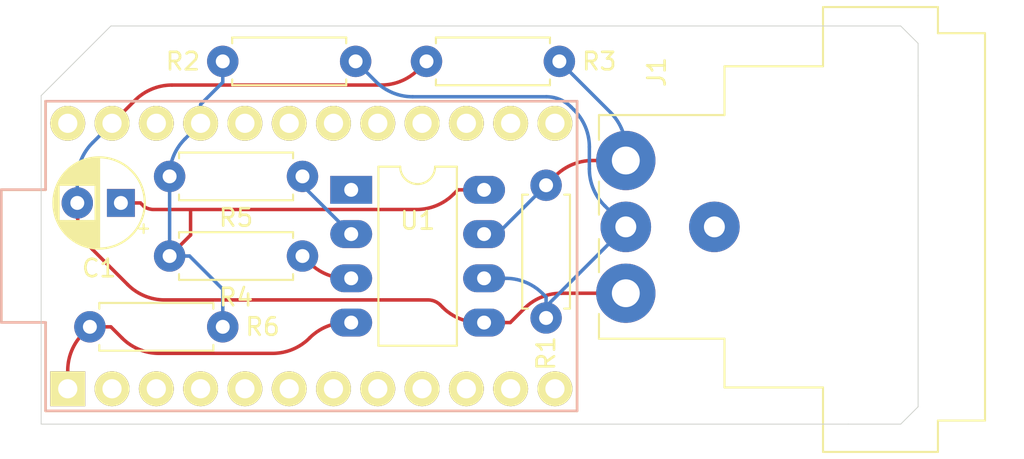
<source format=kicad_pcb>
(kicad_pcb (version 20240108) (generator "pcbnew") (generator_version "8.0")
  (layers (0 "F.Cu" signal) (31 "B.Cu" signal) (34 "B.Paste" user) (35 "F.Paste" user) (36 "B.SilkS" user "B.Silkscreen") (37 "F.SilkS" user "F.Silkscreen") (38 "B.Mask" user) (39 "F.Mask" user) (44 "Edge.Cuts" user))
  (net 0 "")
  (net 1 "GND")
  (net 2 "Net-(U1-~{RE})")
  (net 3 "Net-(U1-DI)")
  (net 4 "VCC")
  (net 5 "Net-(U1-A)")
  (net 6 "Net-(U1-DE)")
  (net 7 "Net-(U1-B)")
  (footprint "Capacitor_THT:CP_Radial_D5.0mm_P2.50mm" (layer "F.Cu") (at 123.952 58.928 180)
    (property "Reference" "C1" (at 1.25 -3.75 0) (layer "F.SilkS"))
    (property "Value" "0.1uF")
    (fp_line (start 3.851 -0.284) (end 3.851 0.284) (stroke (width 0.12)) (layer "F.SilkS"))
    (fp_line (start 3.811 -0.518) (end 3.811 0.518) (stroke (width 0.12)) (layer "F.SilkS"))
    (fp_line (start 3.771 -0.677) (end 3.771 0.677) (stroke (width 0.12)) (layer "F.SilkS"))
    (fp_line (start 3.731 -0.805) (end 3.731 0.805) (stroke (width 0.12)) (layer "F.SilkS"))
    (fp_line (start 3.691 -0.915) (end 3.691 0.915) (stroke (width 0.12)) (layer "F.SilkS"))
    (fp_line (start 3.651 -1.011) (end 3.651 1.011) (stroke (width 0.12)) (layer "F.SilkS"))
    (fp_line (start 3.611 -1.098) (end 3.611 1.098) (stroke (width 0.12)) (layer "F.SilkS"))
    (fp_line (start 3.571 -1.178) (end 3.571 1.178) (stroke (width 0.12)) (layer "F.SilkS"))
    (fp_line (start 3.531 1.04) (end 3.531 1.251) (stroke (width 0.12)) (layer "F.SilkS"))
    (fp_line (start 3.531 -1.251) (end 3.531 -1.04) (stroke (width 0.12)) (layer "F.SilkS"))
    (fp_line (start 3.491 1.04) (end 3.491 1.319) (stroke (width 0.12)) (layer "F.SilkS"))
    (fp_line (start 3.491 -1.319) (end 3.491 -1.04) (stroke (width 0.12)) (layer "F.SilkS"))
    (fp_line (start 3.451 1.04) (end 3.451 1.383) (stroke (width 0.12)) (layer "F.SilkS"))
    (fp_line (start 3.451 -1.383) (end 3.451 -1.04) (stroke (width 0.12)) (layer "F.SilkS"))
    (fp_line (start 3.411 1.04) (end 3.411 1.443) (stroke (width 0.12)) (layer "F.SilkS"))
    (fp_line (start 3.411 -1.443) (end 3.411 -1.04) (stroke (width 0.12)) (layer "F.SilkS"))
    (fp_line (start 3.371 1.04) (end 3.371 1.5) (stroke (width 0.12)) (layer "F.SilkS"))
    (fp_line (start 3.371 -1.5) (end 3.371 -1.04) (stroke (width 0.12)) (layer "F.SilkS"))
    (fp_line (start 3.331 1.04) (end 3.331 1.554) (stroke (width 0.12)) (layer "F.SilkS"))
    (fp_line (start 3.331 -1.554) (end 3.331 -1.04) (stroke (width 0.12)) (layer "F.SilkS"))
    (fp_line (start 3.291 1.04) (end 3.291 1.605) (stroke (width 0.12)) (layer "F.SilkS"))
    (fp_line (start 3.291 -1.605) (end 3.291 -1.04) (stroke (width 0.12)) (layer "F.SilkS"))
    (fp_line (start 3.251 1.04) (end 3.251 1.653) (stroke (width 0.12)) (layer "F.SilkS"))
    (fp_line (start 3.251 -1.653) (end 3.251 -1.04) (stroke (width 0.12)) (layer "F.SilkS"))
    (fp_line (start 3.211 1.04) (end 3.211 1.699) (stroke (width 0.12)) (layer "F.SilkS"))
    (fp_line (start 3.211 -1.699) (end 3.211 -1.04) (stroke (width 0.12)) (layer "F.SilkS"))
    (fp_line (start 3.171 1.04) (end 3.171 1.743) (stroke (width 0.12)) (layer "F.SilkS"))
    (fp_line (start 3.171 -1.743) (end 3.171 -1.04) (stroke (width 0.12)) (layer "F.SilkS"))
    (fp_line (start 3.131 1.04) (end 3.131 1.785) (stroke (width 0.12)) (layer "F.SilkS"))
    (fp_line (start 3.131 -1.785) (end 3.131 -1.04) (stroke (width 0.12)) (layer "F.SilkS"))
    (fp_line (start 3.091 1.04) (end 3.091 1.826) (stroke (width 0.12)) (layer "F.SilkS"))
    (fp_line (start 3.091 -1.826) (end 3.091 -1.04) (stroke (width 0.12)) (layer "F.SilkS"))
    (fp_line (start 3.051 1.04) (end 3.051 1.864) (stroke (width 0.12)) (layer "F.SilkS"))
    (fp_line (start 3.051 -1.864) (end 3.051 -1.04) (stroke (width 0.12)) (layer "F.SilkS"))
    (fp_line (start 3.011 1.04) (end 3.011 1.901) (stroke (width 0.12)) (layer "F.SilkS"))
    (fp_line (start 3.011 -1.901) (end 3.011 -1.04) (stroke (width 0.12)) (layer "F.SilkS"))
    (fp_line (start 2.971 1.04) (end 2.971 1.937) (stroke (width 0.12)) (layer "F.SilkS"))
    (fp_line (start 2.971 -1.937) (end 2.971 -1.04) (stroke (width 0.12)) (layer "F.SilkS"))
    (fp_line (start 2.931 1.04) (end 2.931 1.971) (stroke (width 0.12)) (layer "F.SilkS"))
    (fp_line (start 2.931 -1.971) (end 2.931 -1.04) (stroke (width 0.12)) (layer "F.SilkS"))
    (fp_line (start 2.891 1.04) (end 2.891 2.004) (stroke (width 0.12)) (layer "F.SilkS"))
    (fp_line (start 2.891 -2.004) (end 2.891 -1.04) (stroke (width 0.12)) (layer "F.SilkS"))
    (fp_line (start 2.851 1.04) (end 2.851 2.035) (stroke (width 0.12)) (layer "F.SilkS"))
    (fp_line (start 2.851 -2.035) (end 2.851 -1.04) (stroke (width 0.12)) (layer "F.SilkS"))
    (fp_line (start 2.811 1.04) (end 2.811 2.065) (stroke (width 0.12)) (layer "F.SilkS"))
    (fp_line (start 2.811 -2.065) (end 2.811 -1.04) (stroke (width 0.12)) (layer "F.SilkS"))
    (fp_line (start 2.771 1.04) (end 2.771 2.095) (stroke (width 0.12)) (layer "F.SilkS"))
    (fp_line (start 2.771 -2.095) (end 2.771 -1.04) (stroke (width 0.12)) (layer "F.SilkS"))
    (fp_line (start 2.731 1.04) (end 2.731 2.122) (stroke (width 0.12)) (layer "F.SilkS"))
    (fp_line (start 2.731 -2.122) (end 2.731 -1.04) (stroke (width 0.12)) (layer "F.SilkS"))
    (fp_line (start 2.691 1.04) (end 2.691 2.149) (stroke (width 0.12)) (layer "F.SilkS"))
    (fp_line (start 2.691 -2.149) (end 2.691 -1.04) (stroke (width 0.12)) (layer "F.SilkS"))
    (fp_line (start 2.651 1.04) (end 2.651 2.175) (stroke (width 0.12)) (layer "F.SilkS"))
    (fp_line (start 2.651 -2.175) (end 2.651 -1.04) (stroke (width 0.12)) (layer "F.SilkS"))
    (fp_line (start 2.611 1.04) (end 2.611 2.2) (stroke (width 0.12)) (layer "F.SilkS"))
    (fp_line (start 2.611 -2.2) (end 2.611 -1.04) (stroke (width 0.12)) (layer "F.SilkS"))
    (fp_line (start 2.571 1.04) (end 2.571 2.224) (stroke (width 0.12)) (layer "F.SilkS"))
    (fp_line (start 2.571 -2.224) (end 2.571 -1.04) (stroke (width 0.12)) (layer "F.SilkS"))
    (fp_line (start 2.531 1.04) (end 2.531 2.247) (stroke (width 0.12)) (layer "F.SilkS"))
    (fp_line (start 2.531 -2.247) (end 2.531 -1.04) (stroke (width 0.12)) (layer "F.SilkS"))
    (fp_line (start 2.491 1.04) (end 2.491 2.268) (stroke (width 0.12)) (layer "F.SilkS"))
    (fp_line (start 2.491 -2.268) (end 2.491 -1.04) (stroke (width 0.12)) (layer "F.SilkS"))
    (fp_line (start 2.451 1.04) (end 2.451 2.29) (stroke (width 0.12)) (layer "F.SilkS"))
    (fp_line (start 2.451 -2.29) (end 2.451 -1.04) (stroke (width 0.12)) (layer "F.SilkS"))
    (fp_line (start 2.411 1.04) (end 2.411 2.31) (stroke (width 0.12)) (layer "F.SilkS"))
    (fp_line (start 2.411 -2.31) (end 2.411 -1.04) (stroke (width 0.12)) (layer "F.SilkS"))
    (fp_line (start 2.371 1.04) (end 2.371 2.329) (stroke (width 0.12)) (layer "F.SilkS"))
    (fp_line (start 2.371 -2.329) (end 2.371 -1.04) (stroke (width 0.12)) (layer "F.SilkS"))
    (fp_line (start 2.331 1.04) (end 2.331 2.348) (stroke (width 0.12)) (layer "F.SilkS"))
    (fp_line (start 2.331 -2.348) (end 2.331 -1.04) (stroke (width 0.12)) (layer "F.SilkS"))
    (fp_line (start 2.291 1.04) (end 2.291 2.365) (stroke (width 0.12)) (layer "F.SilkS"))
    (fp_line (start 2.291 -2.365) (end 2.291 -1.04) (stroke (width 0.12)) (layer "F.SilkS"))
    (fp_line (start 2.251 1.04) (end 2.251 2.382) (stroke (width 0.12)) (layer "F.SilkS"))
    (fp_line (start 2.251 -2.382) (end 2.251 -1.04) (stroke (width 0.12)) (layer "F.SilkS"))
    (fp_line (start 2.211 1.04) (end 2.211 2.398) (stroke (width 0.12)) (layer "F.SilkS"))
    (fp_line (start 2.211 -2.398) (end 2.211 -1.04) (stroke (width 0.12)) (layer "F.SilkS"))
    (fp_line (start 2.171 1.04) (end 2.171 2.414) (stroke (width 0.12)) (layer "F.SilkS"))
    (fp_line (start 2.171 -2.414) (end 2.171 -1.04) (stroke (width 0.12)) (layer "F.SilkS"))
    (fp_line (start 2.131 1.04) (end 2.131 2.428) (stroke (width 0.12)) (layer "F.SilkS"))
    (fp_line (start 2.131 -2.428) (end 2.131 -1.04) (stroke (width 0.12)) (layer "F.SilkS"))
    (fp_line (start 2.091 1.04) (end 2.091 2.442) (stroke (width 0.12)) (layer "F.SilkS"))
    (fp_line (start 2.091 -2.442) (end 2.091 -1.04) (stroke (width 0.12)) (layer "F.SilkS"))
    (fp_line (start 2.051 1.04) (end 2.051 2.455) (stroke (width 0.12)) (layer "F.SilkS"))
    (fp_line (start 2.051 -2.455) (end 2.051 -1.04) (stroke (width 0.12)) (layer "F.SilkS"))
    (fp_line (start 2.011 1.04) (end 2.011 2.468) (stroke (width 0.12)) (layer "F.SilkS"))
    (fp_line (start 2.011 -2.468) (end 2.011 -1.04) (stroke (width 0.12)) (layer "F.SilkS"))
    (fp_line (start 1.971 1.04) (end 1.971 2.48) (stroke (width 0.12)) (layer "F.SilkS"))
    (fp_line (start 1.971 -2.48) (end 1.971 -1.04) (stroke (width 0.12)) (layer "F.SilkS"))
    (fp_line (start 1.93 1.04) (end 1.93 2.491) (stroke (width 0.12)) (layer "F.SilkS"))
    (fp_line (start 1.93 -2.491) (end 1.93 -1.04) (stroke (width 0.12)) (layer "F.SilkS"))
    (fp_line (start 1.89 1.04) (end 1.89 2.501) (stroke (width 0.12)) (layer "F.SilkS"))
    (fp_line (start 1.89 -2.501) (end 1.89 -1.04) (stroke (width 0.12)) (layer "F.SilkS"))
    (fp_line (start 1.85 1.04) (end 1.85 2.511) (stroke (width 0.12)) (layer "F.SilkS"))
    (fp_line (start 1.85 -2.511) (end 1.85 -1.04) (stroke (width 0.12)) (layer "F.SilkS"))
    (fp_line (start 1.81 1.04) (end 1.81 2.52) (stroke (width 0.12)) (layer "F.SilkS"))
    (fp_line (start 1.81 -2.52) (end 1.81 -1.04) (stroke (width 0.12)) (layer "F.SilkS"))
    (fp_line (start 1.77 1.04) (end 1.77 2.528) (stroke (width 0.12)) (layer "F.SilkS"))
    (fp_line (start 1.77 -2.528) (end 1.77 -1.04) (stroke (width 0.12)) (layer "F.SilkS"))
    (fp_line (start 1.73 1.04) (end 1.73 2.536) (stroke (width 0.12)) (layer "F.SilkS"))
    (fp_line (start 1.73 -2.536) (end 1.73 -1.04) (stroke (width 0.12)) (layer "F.SilkS"))
    (fp_line (start 1.69 1.04) (end 1.69 2.543) (stroke (width 0.12)) (layer "F.SilkS"))
    (fp_line (start 1.69 -2.543) (end 1.69 -1.04) (stroke (width 0.12)) (layer "F.SilkS"))
    (fp_line (start 1.65 1.04) (end 1.65 2.55) (stroke (width 0.12)) (layer "F.SilkS"))
    (fp_line (start 1.65 -2.55) (end 1.65 -1.04) (stroke (width 0.12)) (layer "F.SilkS"))
    (fp_line (start 1.61 1.04) (end 1.61 2.556) (stroke (width 0.12)) (layer "F.SilkS"))
    (fp_line (start 1.61 -2.556) (end 1.61 -1.04) (stroke (width 0.12)) (layer "F.SilkS"))
    (fp_line (start 1.57 1.04) (end 1.57 2.561) (stroke (width 0.12)) (layer "F.SilkS"))
    (fp_line (start 1.57 -2.561) (end 1.57 -1.04) (stroke (width 0.12)) (layer "F.SilkS"))
    (fp_line (start 1.53 1.04) (end 1.53 2.565) (stroke (width 0.12)) (layer "F.SilkS"))
    (fp_line (start 1.53 -2.565) (end 1.53 -1.04) (stroke (width 0.12)) (layer "F.SilkS"))
    (fp_line (start 1.49 1.04) (end 1.49 2.569) (stroke (width 0.12)) (layer "F.SilkS"))
    (fp_line (start 1.49 -2.569) (end 1.49 -1.04) (stroke (width 0.12)) (layer "F.SilkS"))
    (fp_line (start 1.45 -2.573) (end 1.45 2.573) (stroke (width 0.12)) (layer "F.SilkS"))
    (fp_line (start 1.41 -2.576) (end 1.41 2.576) (stroke (width 0.12)) (layer "F.SilkS"))
    (fp_line (start 1.37 -2.578) (end 1.37 2.578) (stroke (width 0.12)) (layer "F.SilkS"))
    (fp_line (start 1.33 -2.579) (end 1.33 2.579) (stroke (width 0.12)) (layer "F.SilkS"))
    (fp_line (start 1.29 -2.58) (end 1.29 2.58) (stroke (width 0.12)) (layer "F.SilkS"))
    (fp_line (start 1.25 -2.58) (end 1.25 2.58) (stroke (width 0.12)) (layer "F.SilkS"))
    (fp_line (start -1.304775 -1.725) (end -1.304775 -1.225) (stroke (width 0.12)) (layer "F.SilkS"))
    (fp_line (start -1.554775 -1.475) (end -1.054775 -1.475) (stroke (width 0.12)) (layer "F.SilkS"))
    (fp_circle (center 1.25 0) (end 3.87 0) (stroke (width 0.12)) (fill none) (layer "F.SilkS"))
    (pad "1" thru_hole rect (at 0 0 180) (size 1.6 1.6) (drill 0.8) (layers "*.Cu" "*.Mask") (net 4 "VCC"))
    (pad "2" thru_hole circle (at 2.5 0 180) (size 1.8 1.8) (drill 0.8) (layers "*.Cu" "*.Mask") (net 1 "GND"))
  )
  (footprint "Resistor_THT:R_Axial_DIN0207_L6.3mm_D2.5mm_P7.62mm_Horizontal" (layer "F.Cu") (at 141.478 50.8)
    (property "Reference" "R3" (at 9.906 0 0) (layer "F.SilkS"))
    (property "Value" "20k")
    (fp_line (start 0.54 -1.37) (end 7.08 -1.37) (stroke (width 0.12)) (layer "F.SilkS"))
    (fp_line (start 0.54 -1.04) (end 0.54 -1.37) (stroke (width 0.12)) (layer "F.SilkS"))
    (fp_line (start 0.54 1.04) (end 0.54 1.37) (stroke (width 0.12)) (layer "F.SilkS"))
    (fp_line (start 0.54 1.37) (end 7.08 1.37) (stroke (width 0.12)) (layer "F.SilkS"))
    (fp_line (start 7.08 -1.37) (end 7.08 -1.04) (stroke (width 0.12)) (layer "F.SilkS"))
    (fp_line (start 7.08 1.37) (end 7.08 1.04) (stroke (width 0.12)) (layer "F.SilkS"))
    (pad "1" thru_hole circle (at 0 0) (size 1.8 1.8) (drill 0.8) (layers "*.Cu" "*.Mask") (net 1 "GND"))
    (pad "2" thru_hole oval (at 7.62 0) (size 1.8 1.8) (drill 0.8) (layers "*.Cu" "*.Mask") (net 7 "Net-(U1-B)"))
  )
  (footprint "Resistor_THT:R_Axial_DIN0207_L6.3mm_D2.5mm_P7.62mm_Horizontal" (layer "F.Cu") (at 134.366 61.976 180)
    (property "Reference" "R4" (at 3.81 -2.37 0) (layer "F.SilkS"))
    (property "Value" "20k")
    (fp_line (start 7.08 1.37) (end 7.08 1.04) (stroke (width 0.12)) (layer "F.SilkS"))
    (fp_line (start 7.08 -1.37) (end 7.08 -1.04) (stroke (width 0.12)) (layer "F.SilkS"))
    (fp_line (start 0.54 1.37) (end 7.08 1.37) (stroke (width 0.12)) (layer "F.SilkS"))
    (fp_line (start 0.54 1.04) (end 0.54 1.37) (stroke (width 0.12)) (layer "F.SilkS"))
    (fp_line (start 0.54 -1.04) (end 0.54 -1.37) (stroke (width 0.12)) (layer "F.SilkS"))
    (fp_line (start 0.54 -1.37) (end 7.08 -1.37) (stroke (width 0.12)) (layer "F.SilkS"))
    (pad "1" thru_hole circle (at 0 0 180) (size 1.8 1.8) (drill 0.8) (layers "*.Cu" "*.Mask") (net 6 "Net-(U1-DE)"))
    (pad "2" thru_hole oval (at 7.62 0 180) (size 1.8 1.8) (drill 0.8) (layers "*.Cu" "*.Mask") (net 4 "VCC"))
  )
  (footprint "Arduino:ProMicro" (layer "F.Cu") (at 134.874 61.976)
    (property "Reference" "U2" (hide yes))
    (property "Value" "ProMicro")
    (fp_line (start -17.78 -3.81) (end -15.24 -3.81) (stroke (width 0.15)) (layer "B.SilkS"))
    (fp_line (start -17.78 3.81) (end -17.78 -3.81) (stroke (width 0.15)) (layer "B.SilkS"))
    (fp_line (start -15.24 -8.89) (end 15.24 -8.89) (stroke (width 0.15)) (layer "B.SilkS"))
    (fp_line (start -15.24 -3.81) (end -15.24 -8.89) (stroke (width 0.15)) (layer "B.SilkS"))
    (fp_line (start -15.24 3.81) (end -17.78 3.81) (stroke (width 0.15)) (layer "B.SilkS"))
    (fp_line (start -15.24 8.89) (end -15.24 3.81) (stroke (width 0.15)) (layer "B.SilkS"))
    (fp_line (start 15.24 -8.89) (end 15.24 8.89) (stroke (width 0.15)) (layer "B.SilkS"))
    (fp_line (start 15.24 8.89) (end -15.24 8.89) (stroke (width 0.15)) (layer "B.SilkS"))
    (fp_line (start -17.78 -3.81) (end -15.24 -3.81) (stroke (width 0.15)) (layer "F.SilkS"))
    (fp_line (start -17.78 3.81) (end -17.78 -3.81) (stroke (width 0.15)) (layer "F.SilkS"))
    (fp_line (start -15.24 -8.89) (end 15.24 -8.89) (stroke (width 0.15)) (layer "F.SilkS"))
    (fp_line (start -15.24 -3.81) (end -15.24 -8.89) (stroke (width 0.15)) (layer "F.SilkS"))
    (fp_line (start -15.24 3.81) (end -17.78 3.81) (stroke (width 0.15)) (layer "F.SilkS"))
    (fp_line (start -15.24 8.89) (end -15.24 3.81) (stroke (width 0.15)) (layer "F.SilkS"))
    (fp_line (start -15.24 8.89) (end 15.24 8.89) (stroke (width 0.15)) (layer "F.SilkS"))
    (fp_line (start 15.24 -8.89) (end 15.24 8.89) (stroke (width 0.15)) (layer "F.SilkS"))
    (pad "1" thru_hole rect (at -13.97 7.62) (size 2 2) (drill 1.1) (layers "*.Cu" "*.Mask" "F.SilkS") (net 3 "Net-(U1-DI)"))
    (pad "2" thru_hole circle (at -11.43 7.62) (size 2 2) (drill 1.1) (layers "*.Cu" "*.Mask" "F.SilkS"))
    (pad "3" thru_hole circle (at -8.89 7.62) (size 2 2) (drill 1.1) (layers "*.Cu" "*.Mask" "F.SilkS"))
    (pad "4" thru_hole circle (at -6.35 7.62) (size 2 2) (drill 1.1) (layers "*.Cu" "*.Mask" "F.SilkS"))
    (pad "5" thru_hole circle (at -3.81 7.62) (size 2 2) (drill 1.1) (layers "*.Cu" "*.Mask" "F.SilkS"))
    (pad "6" thru_hole circle (at -1.27 7.62) (size 2 2) (drill 1.1) (layers "*.Cu" "*.Mask" "F.SilkS"))
    (pad "7" thru_hole circle (at 1.27 7.62) (size 2 2) (drill 1.1) (layers "*.Cu" "*.Mask" "F.SilkS"))
    (pad "8" thru_hole circle (at 3.81 7.62) (size 2 2) (drill 1.1) (layers "*.Cu" "*.Mask" "F.SilkS"))
    (pad "9" thru_hole circle (at 6.35 7.62) (size 2 2) (drill 1.1) (layers "*.Cu" "*.Mask" "F.SilkS"))
    (pad "10" thru_hole circle (at 8.89 7.62) (size 2 2) (drill 1.1) (layers "*.Cu" "*.Mask" "F.SilkS"))
    (pad "11" thru_hole circle (at 11.43 7.62) (size 2 2) (drill 1.1) (layers "*.Cu" "*.Mask" "F.SilkS"))
    (pad "12" thru_hole circle (at 13.97 7.62) (size 2 2) (drill 1.1) (layers "*.Cu" "*.Mask" "F.SilkS"))
    (pad "13" thru_hole circle (at 13.97 -7.62) (size 2 2) (drill 1.1) (layers "*.Cu" "*.Mask" "F.SilkS"))
    (pad "14" thru_hole circle (at 11.43 -7.62) (size 2 2) (drill 1.1) (layers "*.Cu" "*.Mask" "F.SilkS"))
    (pad "15" thru_hole circle (at 8.89 -7.62) (size 2 2) (drill 1.1) (layers "*.Cu" "*.Mask" "F.SilkS"))
    (pad "16" thru_hole circle (at 6.35 -7.62) (size 2 2) (drill 1.1) (layers "*.Cu" "*.Mask" "F.SilkS"))
    (pad "17" thru_hole circle (at 3.81 -7.62) (size 2 2) (drill 1.1) (layers "*.Cu" "*.Mask" "F.SilkS"))
    (pad "18" thru_hole circle (at 1.27 -7.62) (size 2 2) (drill 1.1) (layers "*.Cu" "*.Mask" "F.SilkS"))
    (pad "19" thru_hole circle (at -1.27 -7.62) (size 2 2) (drill 1.1) (layers "*.Cu" "*.Mask" "F.SilkS"))
    (pad "20" thru_hole circle (at -3.81 -7.62) (size 2 2) (drill 1.1) (layers "*.Cu" "*.Mask" "F.SilkS"))
    (pad "21" thru_hole circle (at -6.35 -7.62) (size 2 2) (drill 1.1) (layers "*.Cu" "*.Mask" "F.SilkS") (net 4 "VCC"))
    (pad "22" thru_hole circle (at -8.89 -7.62) (size 2 2) (drill 1.1) (layers "*.Cu" "*.Mask" "F.SilkS"))
    (pad "23" thru_hole circle (at -11.43 -7.62) (size 2 2) (drill 1.1) (layers "*.Cu" "*.Mask" "F.SilkS") (net 1 "GND"))
    (pad "24" thru_hole circle (at -13.97 -7.62) (size 2 2) (drill 1.1) (layers "*.Cu" "*.Mask" "F.SilkS"))
  )
  (footprint "Resistor_THT:R_Axial_DIN0207_L6.3mm_D2.5mm_P7.62mm_Horizontal" (layer "F.Cu") (at 148.336 57.912 -90)
    (property "Reference" "R1" (at 9.652 0 90) (layer "F.SilkS"))
    (property "Value" "120")
    (fp_line (start 0.54 1.37) (end 7.08 1.37) (stroke (width 0.12)) (layer "F.SilkS"))
    (fp_line (start 7.08 1.37) (end 7.08 1.04) (stroke (width 0.12)) (layer "F.SilkS"))
    (fp_line (start 0.54 1.04) (end 0.54 1.37) (stroke (width 0.12)) (layer "F.SilkS"))
    (fp_line (start 0.54 -1.04) (end 0.54 -1.37) (stroke (width 0.12)) (layer "F.SilkS"))
    (fp_line (start 0.54 -1.37) (end 7.08 -1.37) (stroke (width 0.12)) (layer "F.SilkS"))
    (fp_line (start 7.08 -1.37) (end 7.08 -1.04) (stroke (width 0.12)) (layer "F.SilkS"))
    (pad "1" thru_hole circle (at 0 0 270) (size 1.8 1.8) (drill 0.8) (layers "*.Cu" "*.Mask") (net 7 "Net-(U1-B)"))
    (pad "2" thru_hole oval (at 7.62 0 270) (size 1.8 1.8) (drill 0.8) (layers "*.Cu" "*.Mask") (net 5 "Net-(U1-A)"))
  )
  (footprint "Resistor_THT:R_Axial_DIN0207_L6.3mm_D2.5mm_P7.62mm_Horizontal" (layer "F.Cu") (at 134.366 57.404 180)
    (property "Reference" "R5" (at 3.81 -2.37 0) (layer "F.SilkS"))
    (property "Value" "20k")
    (fp_line (start 7.08 1.37) (end 7.08 1.04) (stroke (width 0.12)) (layer "F.SilkS"))
    (fp_line (start 7.08 -1.37) (end 7.08 -1.04) (stroke (width 0.12)) (layer "F.SilkS"))
    (fp_line (start 0.54 1.37) (end 7.08 1.37) (stroke (width 0.12)) (layer "F.SilkS"))
    (fp_line (start 0.54 1.04) (end 0.54 1.37) (stroke (width 0.12)) (layer "F.SilkS"))
    (fp_line (start 0.54 -1.04) (end 0.54 -1.37) (stroke (width 0.12)) (layer "F.SilkS"))
    (fp_line (start 0.54 -1.37) (end 7.08 -1.37) (stroke (width 0.12)) (layer "F.SilkS"))
    (pad "1" thru_hole circle (at 0 0 180) (size 1.8 1.8) (drill 0.8) (layers "*.Cu" "*.Mask") (net 2 "Net-(U1-~{RE})"))
    (pad "2" thru_hole oval (at 7.62 0 180) (size 1.8 1.8) (drill 0.8) (layers "*.Cu" "*.Mask") (net 4 "VCC"))
  )
  (footprint "Resistor_THT:R_Axial_DIN0207_L6.3mm_D2.5mm_P7.62mm_Horizontal" (layer "F.Cu") (at 129.794 66.04 180)
    (property "Reference" "R6" (at -2.286 0 0) (layer "F.SilkS"))
    (property "Value" "20k")
    (fp_line (start 7.08 1.37) (end 7.08 1.04) (stroke (width 0.12)) (layer "F.SilkS"))
    (fp_line (start 7.08 -1.37) (end 7.08 -1.04) (stroke (width 0.12)) (layer "F.SilkS"))
    (fp_line (start 0.54 1.37) (end 7.08 1.37) (stroke (width 0.12)) (layer "F.SilkS"))
    (fp_line (start 0.54 1.04) (end 0.54 1.37) (stroke (width 0.12)) (layer "F.SilkS"))
    (fp_line (start 0.54 -1.04) (end 0.54 -1.37) (stroke (width 0.12)) (layer "F.SilkS"))
    (fp_line (start 0.54 -1.37) (end 7.08 -1.37) (stroke (width 0.12)) (layer "F.SilkS"))
    (pad "1" thru_hole circle (at 0 0 180) (size 1.8 1.8) (drill 0.8) (layers "*.Cu" "*.Mask") (net 4 "VCC"))
    (pad "2" thru_hole oval (at 7.62 0 180) (size 1.8 1.8) (drill 0.8) (layers "*.Cu" "*.Mask") (net 3 "Net-(U1-DI)"))
  )
  (footprint "Package_DIP:DIP-8_W7.62mm_LongPads" (layer "F.Cu") (at 137.16 58.176)
    (property "Reference" "U1" (at 3.81 1.768 0) (layer "F.SilkS"))
    (property "Value" "MAX485E")
    (fp_line (start 1.56 -1.33) (end 1.56 8.95) (stroke (width 0.12)) (layer "F.SilkS"))
    (fp_line (start 1.56 8.95) (end 6.06 8.95) (stroke (width 0.12)) (layer "F.SilkS"))
    (fp_line (start 2.81 -1.33) (end 1.56 -1.33) (stroke (width 0.12)) (layer "F.SilkS"))
    (fp_line (start 6.06 -1.33) (end 4.81 -1.33) (stroke (width 0.12)) (layer "F.SilkS"))
    (fp_line (start 6.06 8.95) (end 6.06 -1.33) (stroke (width 0.12)) (layer "F.SilkS"))
    (fp_arc (start 4.81 -1.33) (mid 3.81 -0.33) (end 2.81 -1.33) (stroke (width 0.12)) (layer "F.SilkS"))
    (pad "1" thru_hole rect (at 0 0) (size 2.4 1.6) (drill 0.8) (layers "*.Cu" "*.Mask"))
    (pad "2" thru_hole oval (at 0 2.54) (size 2.4 1.6) (drill 0.8) (layers "*.Cu" "*.Mask") (net 2 "Net-(U1-~{RE})"))
    (pad "3" thru_hole oval (at 0 5.08) (size 2.4 1.6) (drill 0.8) (layers "*.Cu" "*.Mask") (net 6 "Net-(U1-DE)"))
    (pad "4" thru_hole oval (at 0 7.62) (size 2.4 1.6) (drill 0.8) (layers "*.Cu" "*.Mask") (net 3 "Net-(U1-DI)"))
    (pad "5" thru_hole oval (at 7.62 7.62) (size 2.4 1.6) (drill 0.8) (layers "*.Cu" "*.Mask") (net 1 "GND"))
    (pad "6" thru_hole oval (at 7.62 5.08) (size 2.4 1.6) (drill 0.8) (layers "*.Cu" "*.Mask") (net 5 "Net-(U1-A)"))
    (pad "7" thru_hole oval (at 7.62 2.54) (size 2.4 1.6) (drill 0.8) (layers "*.Cu" "*.Mask") (net 7 "Net-(U1-B)"))
    (pad "8" thru_hole oval (at 7.62 0) (size 2.4 1.6) (drill 0.8) (layers "*.Cu" "*.Mask") (net 4 "VCC"))
  )
  (footprint "Connector_Audio:Jack_XLR_Neutrik_NC3MAAH-0_Horizontal" (layer "F.Cu") (at 152.908 64.112 90)
    (property "Reference" "J1" (at 12.7 1.77 90) (layer "F.SilkS"))
    (property "Value" "XLR3")
    (fp_line (start 10.23 -1.54) (end 8.81 -1.54) (stroke (width 0.12)) (layer "F.SilkS"))
    (fp_line (start 4.51 -1.54) (end 6.41 -1.54) (stroke (width 0.12)) (layer "F.SilkS"))
    (fp_line (start 3.11 -1.54) (end 1.21 -1.54) (stroke (width 0.12)) (layer "F.SilkS"))
    (fp_line (start -1.19 -1.54) (end -2.61 -1.54) (stroke (width 0.12)) (layer "F.SilkS"))
    (fp_line (start 10.23 5.66) (end 10.23 -1.54) (stroke (width 0.12)) (layer "F.SilkS"))
    (fp_line (start 10.23 5.66) (end 13.03 5.66) (stroke (width 0.12)) (layer "F.SilkS"))
    (fp_line (start -2.61 5.66) (end -2.61 -1.54) (stroke (width 0.12)) (layer "F.SilkS"))
    (fp_line (start -2.61 5.66) (end -5.41 5.66) (stroke (width 0.12)) (layer "F.SilkS"))
    (fp_line (start 13.03 11.31) (end 13.03 5.66) (stroke (width 0.12)) (layer "F.SilkS"))
    (fp_line (start 13.03 11.31) (end 16.43 11.31) (stroke (width 0.12)) (layer "F.SilkS"))
    (fp_line (start -5.41 11.31) (end -5.41 5.66) (stroke (width 0.12)) (layer "F.SilkS"))
    (fp_line (start -9.11 11.31) (end -5.41 11.31) (stroke (width 0.12)) (layer "F.SilkS"))
    (fp_line (start 16.43 17.9) (end 16.43 11.31) (stroke (width 0.12)) (layer "F.SilkS"))
    (fp_line (start 16.43 17.9) (end 14.93 17.9) (stroke (width 0.12)) (layer "F.SilkS"))
    (fp_line (start 14.93 17.9) (end 14.93 20.6) (stroke (width 0.12)) (layer "F.SilkS"))
    (fp_line (start -7.31 17.9) (end -9.11 17.9) (stroke (width 0.12)) (layer "F.SilkS"))
    (fp_line (start -7.31 17.9) (end -7.31 20.6) (stroke (width 0.12)) (layer "F.SilkS"))
    (fp_line (start -9.11 17.9) (end -9.11 11.31) (stroke (width 0.12)) (layer "F.SilkS"))
    (fp_line (start 14.93 20.6) (end -7.31 20.6) (stroke (width 0.12)) (layer "F.SilkS"))
    (pad "" np_thru_hole circle (at 0 8.89 90) (size 1.6 1.6) (drill 1.6) (layers "*.Cu" "*.Mask"))
    (pad "" np_thru_hole circle (at 7.62 13.97 90) (size 1.6 1.6) (drill 1.6) (layers "*.Cu" "*.Mask"))
    (pad "1" thru_hole circle (at 0 0 90) (size 3.4 3.4) (drill 1.6) (layers "*.Cu" "*.Mask") (net 1 "GND"))
    (pad "2" thru_hole circle (at 7.62 0 90) (size 3.4 3.4) (drill 1.6) (layers "*.Cu" "*.Mask") (net 7 "Net-(U1-B)"))
    (pad "3" thru_hole circle (at 3.81 0 90) (size 2.9 2.9) (drill 1.2) (layers "*.Cu" "*.Mask") (net 5 "Net-(U1-A)"))
    (pad "G" thru_hole circle (at 3.81 5.08 90) (size 2.9 2.9) (drill 1.2) (layers "*.Cu" "*.Mask"))
  )
  (footprint "Resistor_THT:R_Axial_DIN0207_L6.3mm_D2.5mm_P7.62mm_Horizontal" (layer "F.Cu") (at 137.414 50.8 180)
    (property "Reference" "R2" (at 9.906 0 0) (layer "F.SilkS"))
    (property "Value" "20k")
    (fp_line (start 7.08 1.37) (end 7.08 1.04) (stroke (width 0.12)) (layer "F.SilkS"))
    (fp_line (start 7.08 -1.37) (end 7.08 -1.04) (stroke (width 0.12)) (layer "F.SilkS"))
    (fp_line (start 0.54 1.37) (end 7.08 1.37) (stroke (width 0.12)) (layer "F.SilkS"))
    (fp_line (start 0.54 1.04) (end 0.54 1.37) (stroke (width 0.12)) (layer "F.SilkS"))
    (fp_line (start 0.54 -1.04) (end 0.54 -1.37) (stroke (width 0.12)) (layer "F.SilkS"))
    (fp_line (start 0.54 -1.37) (end 7.08 -1.37) (stroke (width 0.12)) (layer "F.SilkS"))
    (pad "1" thru_hole circle (at 0 0 180) (size 1.8 1.8) (drill 0.8) (layers "*.Cu" "*.Mask") (net 5 "Net-(U1-A)"))
    (pad "2" thru_hole oval (at 7.62 0 180) (size 1.8 1.8) (drill 0.8) (layers "*.Cu" "*.Mask") (net 4 "VCC"))
  )
  (gr_line (start 123.38 48.768) (end 168.672 48.768) (stroke (width 0.05)) (layer "Edge.Cuts"))
  (gr_line (start 169.672 49.768) (end 168.672 48.768) (stroke (width 0.05)) (layer "Edge.Cuts"))
  (gr_line (start 119.38 71.628) (end 165.672 71.628) (stroke (width 0.05)) (layer "Edge.Cuts"))
  (gr_line (start 169.672 70.628) (end 168.672 71.628) (stroke (width 0.05)) (layer "Edge.Cuts"))
  (gr_line (start 169.672 52.768) (end 169.672 70.628) (stroke (width 0.05)) (layer "Edge.Cuts"))
  (gr_line (start 119.38 67.628) (end 119.38 52.768) (stroke (width 0.05)) (layer "Edge.Cuts"))
  (gr_line (start 119.38 71.628) (end 119.38 67.628) (stroke (width 0.05)) (layer "Edge.Cuts"))
  (gr_line (start 119.38 52.768) (end 123.38 48.768) (stroke (width 0.05)) (layer "Edge.Cuts"))
  (gr_line (start 169.672 52.768) (end 169.672 49.768) (stroke (width 0.05)) (layer "Edge.Cuts"))
  (gr_line (start 165.672 71.628) (end 168.672 71.628) (stroke (width 0.05)) (layer "Edge.Cuts"))
  (segment (start 142.39962 64.91732) (end 142.271593 64.789293) (width 0.2) (layer "F.Cu") (net 1))
  (segment (start 152.908 64.112) (end 149.208341 64.112) (width 0.2) (layer "F.Cu") (net 1))
  (segment (start 121.452 59.483359) (end 121.452 58.928) (width 0.2) (layer "F.Cu") (net 1))
  (segment (start 124.76182 53.03818) (end 123.444 54.356) (width 0.2) (layer "F.Cu") (net 1))
  (segment (start 124.34372 63.61772) (end 122.330679 61.604679) (width 0.2) (layer "F.Cu") (net 1))
  (segment (start 144.78 65.796) (end 144.520941 65.796) (width 0.2) (layer "F.Cu") (net 1))
  (segment (start 145.5309 65.796) (end 144.78 65.796) (width 0.2) (layer "F.Cu") (net 1))
  (segment (start 145.5309 65.796) (end 146.2817 65.796) (width 0.2) (layer "F.Cu") (net 1))
  (segment (start 141.478 50.8) (end 140.997179 51.280821) (width 0.2) (layer "F.Cu") (net 1))
  (segment (start 138.875859 52.1595) (end 126.883141 52.1595) (width 0.2) (layer "F.Cu") (net 1))
  (segment (start 147.08702 64.99068) (end 146.2817 65.796) (width 0.2) (layer "F.Cu") (net 1))
  (segment (start 141.564486 64.4964) (end 126.465041 64.4964) (width 0.2) (layer "F.Cu") (net 1))
  (arc (start 124.34372 63.61772) (mid 125.31699 64.268039) (end 126.465041 64.4964) (width 0.2) (layer "F.Cu") (net 1))
  (arc (start 142.271593 64.789293) (mid 141.94717 64.57252) (end 141.564486 64.4964) (width 0.2) (layer "F.Cu") (net 1))
  (arc (start 122.330679 61.604679) (mid 121.680361 60.631409) (end 121.452 59.483359) (width 0.2) (layer "F.Cu") (net 1))
  (arc (start 142.39962 64.91732) (mid 143.37289 65.567639) (end 144.520941 65.796) (width 0.2) (layer "F.Cu") (net 1))
  (arc (start 124.76182 53.03818) (mid 125.73509 52.387861) (end 126.883141 52.1595) (width 0.2) (layer "F.Cu") (net 1))
  (arc (start 149.208341 64.112) (mid 148.06029 64.340362) (end 147.08702 64.99068) (width 0.2) (layer "F.Cu") (net 1))
  (arc (start 140.997179 51.280821) (mid 140.023909 51.931139) (end 138.875859 52.1595) (width 0.2) (layer "F.Cu") (net 1))
  (segment (start 122.33068 55.46932) (end 123.444 54.356) (width 0.2) (layer "B.Cu") (net 1))
  (segment (start 121.452 58.928) (end 121.452 57.590641) (width 0.2) (layer "B.Cu") (net 1))
  (arc (start 121.452 57.590641) (mid 121.680362 56.44259) (end 122.33068 55.46932) (width 0.2) (layer "B.Cu") (net 1))
  (segment (start 134.366 57.922) (end 137.16 60.716) (width 0.2) (layer "B.Cu") (net 2))
  (segment (start 134.366 57.404) (end 134.366 57.922) (width 0.2) (layer "B.Cu") (net 2))
  (segment (start 122.174 66.04) (end 121.782679 66.431321) (width 0.2) (layer "F.Cu") (net 3))
  (segment (start 137.16 65.796) (end 136.900941 65.796) (width 0.2) (layer "F.Cu") (net 3))
  (segment (start 134.77962 66.67468) (end 134.768979 66.685321) (width 0.2) (layer "F.Cu") (net 3))
  (segment (start 120.904 68.552641) (end 120.904 69.596) (width 0.2) (layer "F.Cu") (net 3))
  (segment (start 132.647659 67.564) (end 126.142341 67.564) (width 0.2) (layer "F.Cu") (net 3))
  (segment (start 124.02102 66.68532) (end 123.3757 66.04) (width 0.2) (layer "F.Cu") (net 3))
  (segment (start 123.3757 66.04) (end 122.174 66.04) (width 0.2) (layer "F.Cu") (net 3))
  (arc (start 121.782679 66.431321) (mid 121.132361 67.404591) (end 120.904 68.552641) (width 0.2) (layer "F.Cu") (net 3))
  (arc (start 132.647659 67.564) (mid 133.795709 67.335639) (end 134.768979 66.685321) (width 0.2) (layer "F.Cu") (net 3))
  (arc (start 124.02102 66.68532) (mid 124.99429 67.335639) (end 126.142341 67.564) (width 0.2) (layer "F.Cu") (net 3))
  (arc (start 134.77962 66.67468) (mid 135.75289 66.024361) (end 136.900941 65.796) (width 0.2) (layer "F.Cu") (net 3))
  (segment (start 127.9477 59.3044) (end 127.9477 60.7743) (width 0.2) (layer "F.Cu") (net 4))
  (segment (start 140.907259 59.3044) (end 127.9477 59.3044) (width 0.2) (layer "F.Cu") (net 4))
  (segment (start 123.952 58.928) (end 125.076211 58.928) (width 0.2) (layer "F.Cu") (net 4))
  (segment (start 127.9477 60.7743) (end 126.746 61.976) (width 0.2) (layer "F.Cu") (net 4))
  (segment (start 144.78 58.176) (end 143.2783 58.176) (width 0.2) (layer "F.Cu") (net 4))
  (segment (start 125.076211 58.928) (end 125.298695 59.150484) (width 0.2) (layer "F.Cu") (net 4))
  (segment (start 143.2783 58.176) (end 143.028579 58.425721) (width 0.2) (layer "F.Cu") (net 4))
  (segment (start 125.844314 59.3044) (end 127.9477 59.3044) (width 0.2) (layer "F.Cu") (net 4))
  (arc (start 140.907259 59.3044) (mid 142.055309 59.076039) (end 143.028579 58.425721) (width 0.2) (layer "F.Cu") (net 4))
  (arc (start 125.298695 59.150484) (mid 125.560902 59.26605) (end 125.844314 59.3044) (width 0.2) (layer "F.Cu") (net 4))
  (segment (start 126.746 58.0048) (end 126.746 61.976) (width 0.2) (layer "B.Cu") (net 4))
  (segment (start 127.889 61.976) (end 129.794 63.881) (width 0.2) (layer "B.Cu") (net 4))
  (segment (start 129.794 50.8) (end 129.794 52.0017) (width 0.2) (layer "B.Cu") (net 4))
  (segment (start 126.746 61.976) (end 127.889 61.976) (width 0.2) (layer "B.Cu") (net 4))
  (segment (start 126.746 57.376641) (end 126.746 57.404) (width 0.2) (layer "B.Cu") (net 4))
  (segment (start 129.794 63.881) (end 129.794 66.04) (width 0.2) (layer "B.Cu") (net 4))
  (segment (start 128.524 53.2717) (end 129.794 52.0017) (width 0.2) (layer "B.Cu") (net 4))
  (segment (start 128.524 54.356) (end 127.624679 55.255321) (width 0.2) (layer "B.Cu") (net 4))
  (segment (start 126.746 57.404) (end 126.746 58.0048) (width 0.2) (layer "B.Cu") (net 4))
  (segment (start 128.524 54.356) (end 128.524 53.2717) (width 0.2) (layer "B.Cu") (net 4))
  (arc (start 126.746 57.376641) (mid 126.974361 56.228591) (end 127.624679 55.255321) (width 0.2) (layer "B.Cu") (net 4))
  (segment (start 151.69728 59.09128) (end 152.908 60.302) (width 0.2) (layer "B.Cu") (net 5))
  (segment (start 148.14038 64.13468) (end 148.336 64.3303) (width 0.2) (layer "B.Cu") (net 5))
  (segment (start 150.8186 55.711541) (end 150.8186 56.969959) (width 0.2) (layer "B.Cu") (net 5))
  (segment (start 148.336 64.874) (end 148.336 65.532) (width 0.2) (layer "B.Cu") (net 5))
  (segment (start 140.688641 52.832) (end 148.353273 52.832) (width 0.2) (layer "B.Cu") (net 5))
  (segment (start 152.908 60.302) (end 148.336 64.874) (width 0.2) (layer "B.Cu") (net 5))
  (segment (start 144.78 63.256) (end 146.019059 63.256) (width 0.2) (layer "B.Cu") (net 5))
  (segment (start 137.414 50.8) (end 138.567321 51.953321) (width 0.2) (layer "B.Cu") (net 5))
  (segment (start 148.336 65.532) (end 148.336 64.3303) (width 0.2) (layer "B.Cu") (net 5))
  (segment (start 149.767487 53.417787) (end 149.939921 53.590221) (width 0.2) (layer "B.Cu") (net 5))
  (arc (start 150.8186 55.711541) (mid 150.590239 54.563491) (end 149.939921 53.590221) (width 0.2) (layer "B.Cu") (net 5))
  (arc (start 149.767487 53.417787) (mid 149.11864 52.984241) (end 148.353273 52.832) (width 0.2) (layer "B.Cu") (net 5))
  (arc (start 150.8186 56.969959) (mid 151.046962 58.11801) (end 151.69728 59.09128) (width 0.2) (layer "B.Cu") (net 5))
  (arc (start 138.567321 51.953321) (mid 139.540591 52.603639) (end 140.688641 52.832) (width 0.2) (layer "B.Cu") (net 5))
  (arc (start 146.019059 63.256) (mid 147.16711 63.484362) (end 148.14038 64.13468) (width 0.2) (layer "B.Cu") (net 5))
  (segment (start 137.16 63.256) (end 136.900941 63.256) (width 0.2) (layer "F.Cu") (net 6))
  (segment (start 134.77962 62.37732) (end 134.3783 61.976) (width 0.2) (layer "F.Cu") (net 6))
  (segment (start 134.3783 61.976) (end 134.366 61.976) (width 0.2) (layer "F.Cu") (net 6))
  (arc (start 136.900941 63.256) (mid 135.75289 63.027638) (end 134.77962 62.37732) (width 0.2) (layer "F.Cu") (net 6))
  (segment (start 152.908 56.492) (end 150.998641 56.492) (width 0.2) (layer "F.Cu") (net 7))
  (segment (start 148.87732 57.37068) (end 148.336 57.912) (width 0.2) (layer "F.Cu") (net 7))
  (arc (start 148.87732 57.37068) (mid 149.85059 56.720361) (end 150.998641 56.492) (width 0.2) (layer "F.Cu") (net 7))
  (segment (start 149.098 50.8) (end 152.029321 53.731321) (width 0.2) (layer "B.Cu") (net 7))
  (segment (start 152.908 55.852641) (end 152.908 56.492) (width 0.2) (layer "B.Cu") (net 7))
  (segment (start 148.336 57.912) (end 145.532 60.716) (width 0.2) (layer "B.Cu") (net 7))
  (segment (start 145.532 60.716) (end 144.78 60.716) (width 0.2) (layer "B.Cu") (net 7))
  (arc (start 152.029321 53.731321) (mid 152.679639 54.704591) (end 152.908 55.852641) (width 0.2) (layer "B.Cu") (net 7))
)
</source>
